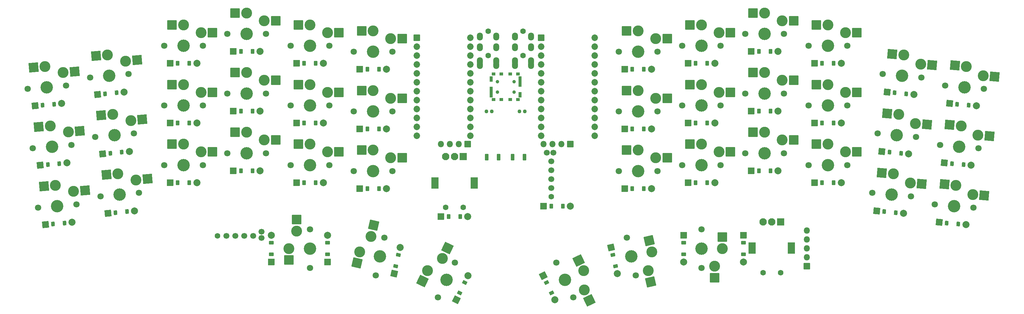
<source format=gbr>
%TF.GenerationSoftware,KiCad,Pcbnew,(6.0.6)*%
%TF.CreationDate,2022-07-17T13:15:28+02:00*%
%TF.ProjectId,main_wired,6d61696e-5f77-4697-9265-642e6b696361,v1.0.0*%
%TF.SameCoordinates,Original*%
%TF.FileFunction,Soldermask,Bot*%
%TF.FilePolarity,Negative*%
%FSLAX46Y46*%
G04 Gerber Fmt 4.6, Leading zero omitted, Abs format (unit mm)*
G04 Created by KiCad (PCBNEW (6.0.6)) date 2022-07-17 13:15:28*
%MOMM*%
%LPD*%
G01*
G04 APERTURE LIST*
G04 Aperture macros list*
%AMRoundRect*
0 Rectangle with rounded corners*
0 $1 Rounding radius*
0 $2 $3 $4 $5 $6 $7 $8 $9 X,Y pos of 4 corners*
0 Add a 4 corners polygon primitive as box body*
4,1,4,$2,$3,$4,$5,$6,$7,$8,$9,$2,$3,0*
0 Add four circle primitives for the rounded corners*
1,1,$1+$1,$2,$3*
1,1,$1+$1,$4,$5*
1,1,$1+$1,$6,$7*
1,1,$1+$1,$8,$9*
0 Add four rect primitives between the rounded corners*
20,1,$1+$1,$2,$3,$4,$5,0*
20,1,$1+$1,$4,$5,$6,$7,0*
20,1,$1+$1,$6,$7,$8,$9,0*
20,1,$1+$1,$8,$9,$2,$3,0*%
G04 Aperture macros list end*
%ADD10C,1.100000*%
%ADD11C,3.100000*%
%ADD12C,1.801800*%
%ADD13C,3.529000*%
%ADD14RoundRect,0.050000X-1.408356X-1.181751X1.181751X-1.408356X1.408356X1.181751X-1.181751X1.408356X0*%
%ADD15RoundRect,0.050000X-1.738315X0.598550X-0.598550X-1.738315X1.738315X-0.598550X0.598550X1.738315X0*%
%ADD16RoundRect,0.050000X-0.850000X-0.850000X0.850000X-0.850000X0.850000X0.850000X-0.850000X0.850000X0*%
%ADD17O,1.800000X1.800000*%
%ADD18RoundRect,0.050000X-0.600000X0.450000X-0.600000X-0.450000X0.600000X-0.450000X0.600000X0.450000X0*%
%ADD19C,2.005000*%
%ADD20RoundRect,0.050000X-0.889000X0.889000X-0.889000X-0.889000X0.889000X-0.889000X0.889000X0.889000X0*%
%ADD21RoundRect,0.050000X-1.300000X-1.300000X1.300000X-1.300000X1.300000X1.300000X-1.300000X1.300000X0*%
%ADD22RoundRect,0.050000X-0.500000X-0.400000X0.500000X-0.400000X0.500000X0.400000X-0.500000X0.400000X0*%
%ADD23C,1.000000*%
%ADD24RoundRect,0.050000X-0.350000X-0.750000X0.350000X-0.750000X0.350000X0.750000X-0.350000X0.750000X0*%
%ADD25C,1.600000*%
%ADD26O,1.700000X2.300000*%
%ADD27RoundRect,0.050000X0.600000X-0.450000X0.600000X0.450000X-0.600000X0.450000X-0.600000X-0.450000X0*%
%ADD28RoundRect,0.050000X0.889000X-0.889000X0.889000X0.889000X-0.889000X0.889000X-0.889000X-0.889000X0*%
%ADD29C,1.700000*%
%ADD30RoundRect,0.050000X-0.450000X-0.600000X0.450000X-0.600000X0.450000X0.600000X-0.450000X0.600000X0*%
%ADD31RoundRect,0.050000X-0.889000X-0.889000X0.889000X-0.889000X0.889000X0.889000X-0.889000X0.889000X0*%
%ADD32RoundRect,0.050000X-1.000000X1.600000X-1.000000X-1.600000X1.000000X-1.600000X1.000000X1.600000X0*%
%ADD33RoundRect,0.050000X-1.000000X1.000000X-1.000000X-1.000000X1.000000X-1.000000X1.000000X1.000000X0*%
%ADD34C,2.100000*%
%ADD35RoundRect,0.050000X-0.500581X-0.558497X0.395994X-0.636937X0.500581X0.558497X-0.395994X0.636937X0*%
%ADD36RoundRect,0.050000X-0.963099X-0.808136X0.808136X-0.963099X0.963099X0.808136X-0.808136X0.963099X0*%
%ADD37RoundRect,0.050000X-0.685850X0.303496X-0.483394X-0.573437X0.685850X-0.303496X0.483394X0.573437X0*%
%ADD38RoundRect,0.050000X-1.066196X0.666234X-0.666234X-1.066196X1.066196X-0.666234X0.666234X1.066196X0*%
%ADD39RoundRect,0.050000X-1.181751X-1.408356X1.408356X-1.181751X1.181751X1.408356X-1.408356X1.181751X0*%
%ADD40RoundRect,0.050000X0.598550X-1.738315X1.738315X0.598550X-0.598550X1.738315X-1.738315X-0.598550X0*%
%ADD41RoundRect,0.050000X-0.395994X-0.636937X0.500581X-0.558497X0.395994X0.636937X-0.500581X0.558497X0*%
%ADD42RoundRect,0.050000X-0.808136X-0.963099X0.963099X-0.808136X0.808136X0.963099X-0.963099X0.808136X0*%
%ADD43RoundRect,0.050000X0.342009X-0.667480X0.736543X0.141435X-0.342009X0.667480X-0.736543X-0.141435X0*%
%ADD44RoundRect,0.050000X0.409316X-1.188740X1.188740X0.409316X-0.409316X1.188740X-1.188740X-0.409316X0*%
%ADD45RoundRect,0.050000X-0.450000X-0.850000X0.450000X-0.850000X0.450000X0.850000X-0.450000X0.850000X0*%
%ADD46RoundRect,0.050000X0.974245X-1.559117X1.559117X0.974245X-0.974245X1.559117X-1.559117X-0.974245X0*%
%ADD47RoundRect,0.050000X-1.559117X0.974245X-0.974245X-1.559117X1.559117X-0.974245X0.974245X1.559117X0*%
%ADD48RoundRect,0.050000X1.300000X-1.300000X1.300000X1.300000X-1.300000X1.300000X-1.300000X-1.300000X0*%
%ADD49RoundRect,0.050000X-1.300000X1.300000X-1.300000X-1.300000X1.300000X-1.300000X1.300000X1.300000X0*%
%ADD50RoundRect,0.050000X-0.876300X0.876300X-0.876300X-0.876300X0.876300X-0.876300X0.876300X0.876300X0*%
%ADD51C,1.852600*%
%ADD52RoundRect,0.050000X0.483394X-0.573437X0.685850X0.303496X-0.483394X0.573437X-0.685850X-0.303496X0*%
%ADD53RoundRect,0.050000X0.666234X-1.066196X1.066196X0.666234X-0.666234X1.066196X-1.066196X-0.666234X0*%
%ADD54RoundRect,0.050000X-0.736543X0.141435X-0.342009X-0.667480X0.736543X-0.141435X0.342009X0.667480X0*%
%ADD55RoundRect,0.050000X-1.188740X0.409316X-0.409316X-1.188740X1.188740X-0.409316X0.409316X1.188740X0*%
G04 APERTURE END LIST*
D10*
%TO.C,*%
X210113557Y-61956210D03*
X208613557Y-61956210D03*
%TD*%
D11*
%TO.C,S26*%
X330688814Y-65433601D03*
D12*
X330860077Y-69212909D03*
X319901935Y-68254195D03*
D13*
X325381006Y-68733552D03*
D11*
X325899583Y-62806194D03*
D14*
X322637045Y-62520758D03*
X333951351Y-65719036D03*
%TD*%
D13*
%TO.C,S42*%
X230915733Y-109987800D03*
D11*
X236478066Y-112837878D03*
D12*
X233326774Y-114931167D03*
X228504692Y-105044433D03*
D11*
X236263558Y-107379492D03*
D15*
X234827892Y-104435941D03*
X237913732Y-115781429D03*
%TD*%
D16*
%TO.C,REF\u002A\u002A*%
X299763557Y-106056210D03*
D17*
X299763557Y-103516210D03*
X299763557Y-100976210D03*
X299763557Y-98436210D03*
X299763557Y-95896210D03*
%TD*%
D18*
%TO.C,D40*%
X264763557Y-99406210D03*
D19*
X264763557Y-104866210D03*
D20*
X264763557Y-97246210D03*
D18*
X264763557Y-102706210D03*
%TD*%
D13*
%TO.C,S28*%
X305763557Y-77256210D03*
D11*
X310763557Y-73506210D03*
D12*
X300263557Y-77256210D03*
D11*
X305763557Y-71306210D03*
D12*
X311263557Y-77256210D03*
D21*
X302488557Y-71306210D03*
X314038557Y-73506210D03*
%TD*%
D22*
%TO.C,*%
X217543557Y-58606210D03*
X217543557Y-51306210D03*
D23*
X216433557Y-56456210D03*
X216433557Y-53456210D03*
D22*
X215333557Y-51306210D03*
D23*
X216433557Y-56456210D03*
D22*
X215333557Y-58606210D03*
D23*
X216433557Y-53456210D03*
D24*
X218193557Y-57206210D03*
X218193557Y-54206210D03*
X218193557Y-52706210D03*
%TD*%
D12*
%TO.C,S22*%
X336203627Y-88451840D03*
D11*
X346990506Y-85631246D03*
D13*
X341682698Y-88931197D03*
D12*
X347161769Y-89410554D03*
D11*
X342201275Y-83003839D03*
D14*
X338938737Y-82718403D03*
X350253043Y-85916681D03*
%TD*%
D25*
%TO.C,REF\u002A\u002A*%
X209063557Y-39056210D03*
X209063557Y-46056210D03*
D26*
X211363557Y-48756210D03*
X206763557Y-48756210D03*
X206763557Y-47656210D03*
X211363557Y-47656210D03*
X206763557Y-43656210D03*
X211363557Y-43656210D03*
X211363557Y-40656210D03*
X206763557Y-40656210D03*
%TD*%
D13*
%TO.C,S8*%
X122363557Y-60256210D03*
D11*
X122363557Y-54306210D03*
X127363557Y-56506210D03*
D12*
X127863557Y-60256210D03*
X116863557Y-60256210D03*
D21*
X119088557Y-54306210D03*
X130638557Y-56506210D03*
%TD*%
D19*
%TO.C,D19*%
X163363557Y-97246210D03*
D27*
X163363557Y-102706210D03*
X163363557Y-99406210D03*
D28*
X163363557Y-104866210D03*
%TD*%
D25*
%TO.C,REF\u002A\u002A*%
X227038557Y-86256210D03*
D29*
X227038557Y-76146210D03*
X227038557Y-78686210D03*
X227038557Y-81226210D03*
X227038557Y-83766210D03*
X225813557Y-73756210D03*
X227663557Y-73756210D03*
%TD*%
D13*
%TO.C,S11*%
X140363557Y-56856210D03*
D11*
X145363557Y-53106210D03*
D12*
X134863557Y-56856210D03*
X145863557Y-56856210D03*
D11*
X140363557Y-50906210D03*
D21*
X137088557Y-50906210D03*
X148638557Y-53106210D03*
%TD*%
D30*
%TO.C,D32*%
X286113557Y-61856210D03*
D19*
X291573557Y-61856210D03*
D31*
X283953557Y-61856210D03*
D30*
X289413557Y-61856210D03*
%TD*%
D19*
%TO.C,D13*%
X162173557Y-82256210D03*
D30*
X156713557Y-82256210D03*
D31*
X154553557Y-82256210D03*
D30*
X160013557Y-82256210D03*
%TD*%
%TO.C,D29*%
X304113557Y-65256210D03*
D19*
X309573557Y-65256210D03*
D30*
X307413557Y-65256210D03*
D31*
X301953557Y-65256210D03*
%TD*%
D32*
%TO.C,ROT2*%
X284203557Y-100936210D03*
X295403557Y-100936210D03*
D25*
X292303557Y-107936210D03*
X287303557Y-107936210D03*
D33*
X292303557Y-93436210D03*
D34*
X287303557Y-93436210D03*
X289803557Y-93436210D03*
%TD*%
D16*
%TO.C,OLED2*%
X232473557Y-71306210D03*
D17*
X229933557Y-71306210D03*
X227393557Y-71306210D03*
X224853557Y-71306210D03*
%TD*%
D19*
%TO.C,D22*%
X345042421Y-94244233D03*
D35*
X339603198Y-93768363D03*
D36*
X337451417Y-93580107D03*
D35*
X342890640Y-94055977D03*
%TD*%
D37*
%TO.C,D41*%
X244587813Y-102825974D03*
D19*
X245816046Y-108146035D03*
D37*
X245330151Y-106041396D03*
D38*
X244101918Y-100721335D03*
%TD*%
D19*
%TO.C,D36*%
X273573557Y-48256210D03*
D30*
X268113557Y-48256210D03*
X271413557Y-48256210D03*
D31*
X265953557Y-48256210D03*
%TD*%
D16*
%TO.C,OLED1*%
X203273557Y-71306210D03*
D17*
X200733557Y-71306210D03*
X198193557Y-71306210D03*
X195653557Y-71306210D03*
%TD*%
D11*
%TO.C,S5*%
X102227531Y-62806194D03*
X107400247Y-64562043D03*
D12*
X108225179Y-68254195D03*
X97267037Y-69212909D03*
D13*
X102746108Y-68733552D03*
D39*
X98964994Y-63091629D03*
X110662785Y-64276608D03*
%TD*%
D10*
%TO.C,*%
X218013557Y-61956210D03*
X219513557Y-61956210D03*
%TD*%
D19*
%TO.C,D37*%
X255573557Y-83956210D03*
D30*
X250113557Y-83956210D03*
X253413557Y-83956210D03*
D31*
X247953557Y-83956210D03*
%TD*%
D30*
%TO.C,D38*%
X250113557Y-66956210D03*
D19*
X255573557Y-66956210D03*
D31*
X247953557Y-66956210D03*
D30*
X253413557Y-66956210D03*
%TD*%
D19*
%TO.C,D24*%
X348005716Y-60373613D03*
D35*
X342566493Y-59897743D03*
D36*
X340414712Y-59709487D03*
D35*
X345853935Y-60185357D03*
%TD*%
D19*
%TO.C,D34*%
X273573557Y-82256210D03*
D30*
X268113557Y-82256210D03*
D31*
X265953557Y-82256210D03*
D30*
X271413557Y-82256210D03*
%TD*%
D11*
%TO.C,S9*%
X127363557Y-39506210D03*
D12*
X127863557Y-43256210D03*
X116863557Y-43256210D03*
D11*
X122363557Y-37306210D03*
D13*
X122363557Y-43256210D03*
D21*
X119088557Y-37306210D03*
X130638557Y-39506210D03*
%TD*%
D19*
%TO.C,D28*%
X309573557Y-82256210D03*
D30*
X304113557Y-82256210D03*
X307413557Y-82256210D03*
D31*
X301953557Y-82256210D03*
%TD*%
D35*
%TO.C,D25*%
X321819858Y-90506029D03*
D19*
X327259081Y-90981899D03*
D36*
X319668077Y-90317773D03*
D35*
X325107300Y-90793643D03*
%TD*%
D11*
%TO.C,S39*%
X251763557Y-39006210D03*
D12*
X246263557Y-44956210D03*
D13*
X251763557Y-44956210D03*
D11*
X256763557Y-41206210D03*
D12*
X257263557Y-44956210D03*
D21*
X248488557Y-39006210D03*
X260038557Y-41206210D03*
%TD*%
D30*
%TO.C,D14*%
X156713557Y-65256210D03*
D19*
X162173557Y-65256210D03*
D30*
X160013557Y-65256210D03*
D31*
X154553557Y-65256210D03*
%TD*%
D19*
%TO.C,D16*%
X180173557Y-83956210D03*
D30*
X174713557Y-83956210D03*
D31*
X172553557Y-83956210D03*
D30*
X178013557Y-83956210D03*
%TD*%
D12*
%TO.C,S21*%
X199622421Y-105044433D03*
X194800339Y-114931167D03*
D11*
X196032758Y-103849938D03*
D13*
X197211380Y-109987800D03*
D11*
X191863555Y-107379492D03*
D40*
X190427890Y-110323042D03*
X197468424Y-100906387D03*
%TD*%
D25*
%TO.C,REF\u002A\u002A*%
X219013557Y-39056210D03*
X219013557Y-46056210D03*
D26*
X221313557Y-48756210D03*
X216713557Y-48756210D03*
X221313557Y-47656210D03*
X216713557Y-47656210D03*
X216713557Y-43656210D03*
X221313557Y-43656210D03*
X221313557Y-40656210D03*
X216713557Y-40656210D03*
%TD*%
D13*
%TO.C,S10*%
X140363557Y-73856210D03*
D11*
X145363557Y-70106210D03*
X140363557Y-67906210D03*
D12*
X145863557Y-73856210D03*
X134863557Y-73856210D03*
D21*
X137088557Y-67906210D03*
X148638557Y-70106210D03*
%TD*%
D19*
%TO.C,D46*%
X281763557Y-104866210D03*
D18*
X281763557Y-99406210D03*
X281763557Y-102706210D03*
D20*
X281763557Y-97246210D03*
%TD*%
D12*
%TO.C,S38*%
X257263557Y-61956210D03*
D13*
X251763557Y-61956210D03*
D12*
X246263557Y-61956210D03*
D11*
X256763557Y-58206210D03*
X251763557Y-56006210D03*
D21*
X248488557Y-56006210D03*
X260038557Y-58206210D03*
%TD*%
D19*
%TO.C,D44*%
X232473557Y-88956210D03*
D30*
X227013557Y-88956210D03*
X230313557Y-88956210D03*
D31*
X224853557Y-88956210D03*
%TD*%
D11*
%TO.C,S33*%
X287763557Y-33906210D03*
D12*
X293263557Y-39856210D03*
D11*
X292763557Y-36106210D03*
D12*
X282263557Y-39856210D03*
D13*
X287763557Y-39856210D03*
D21*
X284488557Y-33906210D03*
X296038557Y-36106210D03*
%TD*%
D19*
%TO.C,D2*%
X89194049Y-76644797D03*
D41*
X83754826Y-77120667D03*
X87042268Y-76833053D03*
D42*
X81603045Y-77308923D03*
%TD*%
D12*
%TO.C,S1*%
X80965345Y-89410554D03*
D13*
X86444416Y-88931197D03*
D11*
X91098555Y-84759688D03*
D12*
X91923487Y-88451840D03*
D11*
X85925839Y-83003839D03*
D39*
X82663302Y-83289274D03*
X94361093Y-84474253D03*
%TD*%
D32*
%TO.C,ROT1*%
X205103557Y-82336210D03*
X193903557Y-82336210D03*
D25*
X202003557Y-89336210D03*
X197003557Y-89336210D03*
D33*
X202003557Y-74836210D03*
D34*
X197003557Y-74836210D03*
X199503557Y-74836210D03*
%TD*%
D30*
%TO.C,D11*%
X138713557Y-61856210D03*
D19*
X144173557Y-61856210D03*
D30*
X142013557Y-61856210D03*
D31*
X136553557Y-61856210D03*
%TD*%
D19*
%TO.C,D1*%
X90675696Y-93580107D03*
D41*
X85236473Y-94055977D03*
X88523915Y-93768363D03*
D42*
X83084692Y-94244233D03*
%TD*%
D19*
%TO.C,D21*%
X203375544Y-108755250D03*
D43*
X200982038Y-113662665D03*
X202428662Y-110696645D03*
D44*
X200035156Y-115604060D03*
%TD*%
D45*
%TO.C,*%
X216063557Y-74956210D03*
X219463557Y-74956210D03*
%TD*%
D12*
%TO.C,S12*%
X134863557Y-39856210D03*
D13*
X140363557Y-39856210D03*
D12*
X145863557Y-39856210D03*
D11*
X140363557Y-33906210D03*
X145363557Y-36106210D03*
D21*
X137088557Y-33906210D03*
X148638557Y-36106210D03*
%TD*%
D35*
%TO.C,D26*%
X323301506Y-73570719D03*
D19*
X328740729Y-74046589D03*
D36*
X321149725Y-73382463D03*
D35*
X326588948Y-73858333D03*
%TD*%
D13*
%TO.C,S20*%
X178296281Y-103308930D03*
D11*
X172498779Y-101970471D03*
D12*
X179533512Y-97949895D03*
X177059050Y-108667965D03*
D11*
X175767149Y-97593513D03*
D46*
X171762064Y-105161533D03*
X176503863Y-94402451D03*
%TD*%
D30*
%TO.C,D31*%
X286113557Y-78856210D03*
D19*
X291573557Y-78856210D03*
D31*
X283953557Y-78856210D03*
D30*
X289413557Y-78856210D03*
%TD*%
D11*
%TO.C,S25*%
X329207166Y-82368911D03*
X324417935Y-79741504D03*
D12*
X329378429Y-86148219D03*
X318420287Y-85189505D03*
D13*
X323899358Y-85668862D03*
D14*
X321155397Y-79456068D03*
X332469703Y-82654346D03*
%TD*%
D19*
%TO.C,D30*%
X309573557Y-48256210D03*
D30*
X304113557Y-48256210D03*
D31*
X301953557Y-48256210D03*
D30*
X307413557Y-48256210D03*
%TD*%
D13*
%TO.C,S36*%
X269763557Y-43256210D03*
D12*
X275263557Y-43256210D03*
D11*
X269763557Y-37306210D03*
D12*
X264263557Y-43256210D03*
D11*
X274763557Y-39506210D03*
D21*
X266488557Y-37306210D03*
X278038557Y-39506210D03*
%TD*%
D30*
%TO.C,D12*%
X138713557Y-44856210D03*
D19*
X144173557Y-44856210D03*
D31*
X136553557Y-44856210D03*
D30*
X142013557Y-44856210D03*
%TD*%
D19*
%TO.C,D15*%
X162173557Y-48256210D03*
D30*
X156713557Y-48256210D03*
D31*
X154553557Y-48256210D03*
D30*
X160013557Y-48256210D03*
%TD*%
D41*
%TO.C,D5*%
X101538165Y-73858333D03*
D19*
X106977388Y-73382463D03*
D41*
X104825607Y-73570719D03*
D42*
X99386384Y-74046589D03*
%TD*%
D30*
%TO.C,D17*%
X174713557Y-66956210D03*
D19*
X180173557Y-66956210D03*
D31*
X172553557Y-66956210D03*
D30*
X178013557Y-66956210D03*
%TD*%
D19*
%TO.C,D9*%
X126173557Y-48256210D03*
D30*
X120713557Y-48256210D03*
D31*
X118553557Y-48256210D03*
D30*
X124013557Y-48256210D03*
%TD*%
D11*
%TO.C,S6*%
X105918599Y-47626733D03*
D13*
X101264460Y-51798242D03*
D11*
X100745883Y-45870884D03*
D12*
X95785389Y-52277599D03*
X106743531Y-51318885D03*
D39*
X97483346Y-46156319D03*
X109181137Y-47341298D03*
%TD*%
D11*
%TO.C,S7*%
X127363557Y-73506210D03*
X122363557Y-71306210D03*
D12*
X116863557Y-77256210D03*
X127863557Y-77256210D03*
D13*
X122363557Y-77256210D03*
D21*
X119088557Y-71306210D03*
X130638557Y-73506210D03*
%TD*%
D23*
%TO.C,*%
X211693557Y-56456210D03*
D22*
X210583557Y-58606210D03*
D23*
X211693557Y-56456210D03*
D22*
X212793557Y-51306210D03*
D23*
X211693557Y-53456210D03*
D22*
X210583557Y-51306210D03*
X212793557Y-58606210D03*
D23*
X211693557Y-53456210D03*
D24*
X209933557Y-52706210D03*
X209933557Y-55706210D03*
X209933557Y-57206210D03*
%TD*%
D19*
%TO.C,D18*%
X180173557Y-49956210D03*
D30*
X174713557Y-49956210D03*
X178013557Y-49956210D03*
D31*
X172553557Y-49956210D03*
%TD*%
D11*
%TO.C,S41*%
X255628334Y-101970471D03*
D12*
X251068063Y-108667965D03*
D13*
X249830832Y-103308930D03*
D12*
X248593601Y-97949895D03*
D11*
X254609475Y-107337214D03*
D47*
X254891619Y-98779409D03*
X255346190Y-110528276D03*
%TD*%
D30*
%TO.C,D39*%
X250113557Y-49956210D03*
D19*
X255573557Y-49956210D03*
D30*
X253413557Y-49956210D03*
D31*
X247953557Y-49956210D03*
%TD*%
D11*
%TO.C,S19*%
X154613557Y-96056210D03*
D12*
X158363557Y-106556210D03*
D13*
X158363557Y-101056210D03*
D11*
X152413557Y-101056210D03*
D12*
X158363557Y-95556210D03*
D48*
X152413557Y-104331210D03*
X154613557Y-92781210D03*
%TD*%
D25*
%TO.C,REF\u002A\u002A*%
X132063557Y-97431210D03*
D29*
X142173557Y-97431210D03*
X139633557Y-97431210D03*
X137093557Y-97431210D03*
X134553557Y-97431210D03*
X144563557Y-96206210D03*
X144563557Y-98056210D03*
%TD*%
D19*
%TO.C,D7*%
X126173557Y-82256210D03*
D30*
X120713557Y-82256210D03*
X124013557Y-82256210D03*
D31*
X118553557Y-82256210D03*
%TD*%
D41*
%TO.C,D6*%
X100056518Y-56923023D03*
D19*
X105495741Y-56447153D03*
D42*
X97904737Y-57111279D03*
D41*
X103343960Y-56635409D03*
%TD*%
D13*
%TO.C,S37*%
X251763557Y-78956210D03*
D12*
X257263557Y-78956210D03*
D11*
X256763557Y-75206210D03*
X251763557Y-73006210D03*
D12*
X246263557Y-78956210D03*
D21*
X248488557Y-73006210D03*
X260038557Y-75206210D03*
%TD*%
D19*
%TO.C,D45*%
X147363557Y-97246210D03*
D27*
X147363557Y-102706210D03*
D28*
X147363557Y-104866210D03*
D27*
X147363557Y-99406210D03*
%TD*%
D11*
%TO.C,S40*%
X273513557Y-106056210D03*
D13*
X269763557Y-101056210D03*
D11*
X275713557Y-101056210D03*
D12*
X269763557Y-106556210D03*
X269763557Y-95556210D03*
D49*
X275713557Y-97781210D03*
X273513557Y-109331210D03*
%TD*%
D12*
%TO.C,S24*%
X350125064Y-55539934D03*
D11*
X349953801Y-51760626D03*
D12*
X339166922Y-54581220D03*
D13*
X344645993Y-55060577D03*
D11*
X345164570Y-49133219D03*
D14*
X341902032Y-48847783D03*
X353216338Y-52046061D03*
%TD*%
D12*
%TO.C,S31*%
X282263557Y-73856210D03*
D11*
X292763557Y-70106210D03*
D13*
X287763557Y-73856210D03*
D11*
X287763557Y-67906210D03*
D12*
X293263557Y-73856210D03*
D21*
X284488557Y-67906210D03*
X296038557Y-70106210D03*
%TD*%
D45*
%TO.C,*%
X208663557Y-74956210D03*
X212063557Y-74956210D03*
%TD*%
D19*
%TO.C,D10*%
X144173557Y-78856210D03*
D30*
X138713557Y-78856210D03*
X142013557Y-78856210D03*
D31*
X136553557Y-78856210D03*
%TD*%
D19*
%TO.C,D43*%
X203273557Y-91956210D03*
D30*
X197813557Y-91956210D03*
D31*
X195653557Y-91956210D03*
D30*
X201113557Y-91956210D03*
%TD*%
D12*
%TO.C,S4*%
X109706826Y-85189505D03*
D11*
X108881894Y-81497353D03*
D12*
X98748684Y-86148219D03*
D11*
X103709178Y-79741504D03*
D13*
X104227755Y-85668862D03*
D39*
X100446641Y-80026939D03*
X112144432Y-81211918D03*
%TD*%
D12*
%TO.C,S32*%
X282263557Y-56856210D03*
D11*
X292763557Y-53106210D03*
X287763557Y-50906210D03*
D12*
X293263557Y-56856210D03*
D13*
X287763557Y-56856210D03*
D21*
X284488557Y-50906210D03*
X296038557Y-53106210D03*
%TD*%
D35*
%TO.C,D27*%
X324783154Y-56635409D03*
D19*
X330222377Y-57111279D03*
D35*
X328070596Y-56923023D03*
D36*
X322631373Y-56447153D03*
%TD*%
D50*
%TO.C,MCU2*%
X224143557Y-40986210D03*
D51*
X224143557Y-43526210D03*
X224143557Y-46066210D03*
X224143557Y-48606210D03*
X224143557Y-51146210D03*
X224143557Y-53686210D03*
X224143557Y-56226210D03*
X224143557Y-58766210D03*
X224143557Y-61306210D03*
X224143557Y-63846210D03*
X224143557Y-66386210D03*
X224143557Y-68926210D03*
X239383557Y-40986210D03*
X239383557Y-43526210D03*
X239383557Y-46066210D03*
X239383557Y-48606210D03*
X239383557Y-51146210D03*
X239383557Y-53686210D03*
X239383557Y-56226210D03*
X239383557Y-58766210D03*
X239383557Y-61306210D03*
X239383557Y-63846210D03*
X239383557Y-66386210D03*
X239383557Y-68926210D03*
%TD*%
D12*
%TO.C,S13*%
X152863557Y-77256210D03*
X163863557Y-77256210D03*
D11*
X163363557Y-73506210D03*
X158363557Y-71306210D03*
D13*
X158363557Y-77256210D03*
D21*
X155088557Y-71306210D03*
X166638557Y-73506210D03*
%TD*%
D19*
%TO.C,D20*%
X184025196Y-100721335D03*
D52*
X182796963Y-106041396D03*
D53*
X182311068Y-108146035D03*
D52*
X183539301Y-102825974D03*
%TD*%
D41*
%TO.C,D3*%
X82273178Y-60185357D03*
D19*
X87712401Y-59709487D03*
D41*
X85560620Y-59897743D03*
D42*
X80121397Y-60373613D03*
%TD*%
D19*
%TO.C,D23*%
X346524069Y-77308923D03*
D35*
X341084846Y-76833053D03*
D36*
X338933065Y-76644797D03*
D35*
X344372288Y-77120667D03*
%TD*%
D12*
%TO.C,S30*%
X311263557Y-43256210D03*
D13*
X305763557Y-43256210D03*
D11*
X310763557Y-39506210D03*
D12*
X300263557Y-43256210D03*
D11*
X305763557Y-37306210D03*
D21*
X302488557Y-37306210D03*
X314038557Y-39506210D03*
%TD*%
D19*
%TO.C,D33*%
X291573557Y-44856210D03*
D30*
X286113557Y-44856210D03*
D31*
X283953557Y-44856210D03*
D30*
X289413557Y-44856210D03*
%TD*%
D13*
%TO.C,S3*%
X83481120Y-55060577D03*
D11*
X82962543Y-49133219D03*
D12*
X78002049Y-55539934D03*
D11*
X88135259Y-50889068D03*
D12*
X88960191Y-54581220D03*
D39*
X79700006Y-49418654D03*
X91397797Y-50603633D03*
%TD*%
D19*
%TO.C,D4*%
X108459036Y-90317773D03*
D41*
X103019813Y-90793643D03*
X106307255Y-90506029D03*
D42*
X100868032Y-90981899D03*
%TD*%
D12*
%TO.C,S2*%
X79483697Y-72475244D03*
D13*
X84962768Y-71995887D03*
D11*
X89616907Y-67824378D03*
D12*
X90441839Y-71516530D03*
D11*
X84444191Y-66068529D03*
D39*
X81181654Y-66353964D03*
X92879445Y-67538943D03*
%TD*%
D12*
%TO.C,S34*%
X275263557Y-77256210D03*
D11*
X269763557Y-71306210D03*
D12*
X264263557Y-77256210D03*
D11*
X274763557Y-73506210D03*
D13*
X269763557Y-77256210D03*
D21*
X266488557Y-71306210D03*
X278038557Y-73506210D03*
%TD*%
D11*
%TO.C,S35*%
X274763557Y-56506210D03*
D12*
X275263557Y-60256210D03*
X264263557Y-60256210D03*
D11*
X269763557Y-54306210D03*
D13*
X269763557Y-60256210D03*
D21*
X266488557Y-54306210D03*
X278038557Y-56506210D03*
%TD*%
D19*
%TO.C,D8*%
X126173557Y-65256210D03*
D30*
X120713557Y-65256210D03*
X124013557Y-65256210D03*
D31*
X118553557Y-65256210D03*
%TD*%
D13*
%TO.C,S16*%
X176363557Y-78956210D03*
D11*
X176363557Y-73006210D03*
X181363557Y-75206210D03*
D12*
X181863557Y-78956210D03*
X170863557Y-78956210D03*
D21*
X173088557Y-73006210D03*
X184638557Y-75206210D03*
%TD*%
D19*
%TO.C,D42*%
X228091957Y-115604060D03*
D54*
X225698451Y-110696645D03*
X227145075Y-113662665D03*
D55*
X224751569Y-108755250D03*
%TD*%
D13*
%TO.C,S17*%
X176363557Y-61956210D03*
D12*
X170863557Y-61956210D03*
D11*
X176363557Y-56006210D03*
X181363557Y-58206210D03*
D12*
X181863557Y-61956210D03*
D21*
X173088557Y-56006210D03*
X184638557Y-58206210D03*
%TD*%
D13*
%TO.C,S15*%
X158363557Y-43256210D03*
D11*
X163363557Y-39506210D03*
X158363557Y-37306210D03*
D12*
X163863557Y-43256210D03*
X152863557Y-43256210D03*
D21*
X155088557Y-37306210D03*
X166638557Y-39506210D03*
%TD*%
D11*
%TO.C,S23*%
X343682923Y-66068529D03*
D12*
X348643417Y-72475244D03*
D11*
X348472154Y-68695936D03*
D12*
X337685275Y-71516530D03*
D13*
X343164346Y-71995887D03*
D14*
X340420385Y-65783093D03*
X351734691Y-68981371D03*
%TD*%
D30*
%TO.C,D35*%
X268113557Y-65256210D03*
D19*
X273573557Y-65256210D03*
D30*
X271413557Y-65256210D03*
D31*
X265953557Y-65256210D03*
%TD*%
D12*
%TO.C,S27*%
X321383582Y-51318885D03*
D11*
X332170461Y-48498291D03*
X327381230Y-45870884D03*
D12*
X332341724Y-52277599D03*
D13*
X326862653Y-51798242D03*
D14*
X324118692Y-45585448D03*
X335432998Y-48783726D03*
%TD*%
D12*
%TO.C,S18*%
X170863557Y-44956210D03*
D11*
X181363557Y-41206210D03*
X176363557Y-39006210D03*
D13*
X176363557Y-44956210D03*
D12*
X181863557Y-44956210D03*
D21*
X173088557Y-39006210D03*
X184638557Y-41206210D03*
%TD*%
D13*
%TO.C,S29*%
X305763557Y-60256210D03*
D11*
X310763557Y-56506210D03*
D12*
X300263557Y-60256210D03*
D11*
X305763557Y-54306210D03*
D12*
X311263557Y-60256210D03*
D21*
X302488557Y-54306210D03*
X314038557Y-56506210D03*
%TD*%
D50*
%TO.C,MCU1*%
X188743557Y-40986210D03*
D51*
X188743557Y-43526210D03*
X188743557Y-46066210D03*
X188743557Y-48606210D03*
X188743557Y-51146210D03*
X188743557Y-53686210D03*
X188743557Y-56226210D03*
X188743557Y-58766210D03*
X188743557Y-61306210D03*
X188743557Y-63846210D03*
X188743557Y-66386210D03*
X188743557Y-68926210D03*
X203983557Y-40986210D03*
X203983557Y-43526210D03*
X203983557Y-46066210D03*
X203983557Y-48606210D03*
X203983557Y-51146210D03*
X203983557Y-53686210D03*
X203983557Y-56226210D03*
X203983557Y-58766210D03*
X203983557Y-61306210D03*
X203983557Y-63846210D03*
X203983557Y-66386210D03*
X203983557Y-68926210D03*
%TD*%
D11*
%TO.C,S14*%
X163363557Y-56506210D03*
D13*
X158363557Y-60256210D03*
D11*
X158363557Y-54306210D03*
D12*
X163863557Y-60256210D03*
X152863557Y-60256210D03*
D21*
X155088557Y-54306210D03*
X166638557Y-56506210D03*
%TD*%
M02*

</source>
